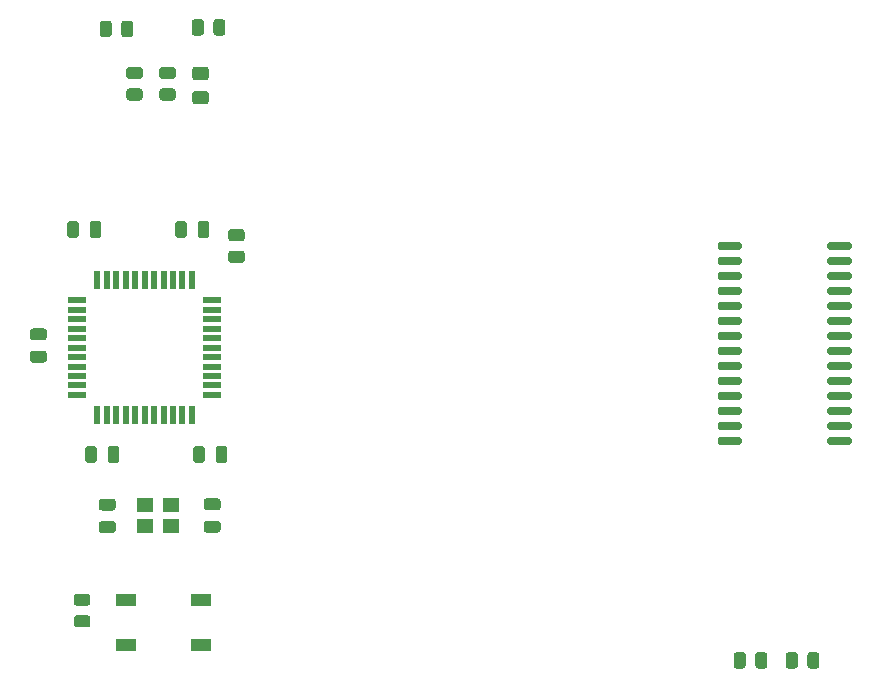
<source format=gbr>
%TF.GenerationSoftware,KiCad,Pcbnew,5.1.10*%
%TF.CreationDate,2021-09-05T22:53:56-04:00*%
%TF.ProjectId,tryptris_pcb,74727970-7472-4697-935f-7063622e6b69,rev?*%
%TF.SameCoordinates,Original*%
%TF.FileFunction,Paste,Top*%
%TF.FilePolarity,Positive*%
%FSLAX46Y46*%
G04 Gerber Fmt 4.6, Leading zero omitted, Abs format (unit mm)*
G04 Created by KiCad (PCBNEW 5.1.10) date 2021-09-05 22:53:56*
%MOMM*%
%LPD*%
G01*
G04 APERTURE LIST*
%ADD10R,1.700000X1.000000*%
%ADD11R,1.400000X1.200000*%
%ADD12R,0.550000X1.500000*%
%ADD13R,1.500000X0.550000*%
G04 APERTURE END LIST*
%TO.C,R7*%
G36*
G01*
X204665001Y-102845002D02*
X204665001Y-101945000D01*
G75*
G02*
X204915000Y-101695001I249999J0D01*
G01*
X205440002Y-101695001D01*
G75*
G02*
X205690001Y-101945000I0J-249999D01*
G01*
X205690001Y-102845002D01*
G75*
G02*
X205440002Y-103095001I-249999J0D01*
G01*
X204915000Y-103095001D01*
G75*
G02*
X204665001Y-102845002I0J249999D01*
G01*
G37*
G36*
G01*
X202840001Y-102845002D02*
X202840001Y-101945000D01*
G75*
G02*
X203090000Y-101695001I249999J0D01*
G01*
X203615002Y-101695001D01*
G75*
G02*
X203865001Y-101945000I0J-249999D01*
G01*
X203865001Y-102845002D01*
G75*
G02*
X203615002Y-103095001I-249999J0D01*
G01*
X203090000Y-103095001D01*
G75*
G02*
X202840001Y-102845002I0J249999D01*
G01*
G37*
%TD*%
%TO.C,R6*%
G36*
G01*
X200255001Y-102845002D02*
X200255001Y-101945000D01*
G75*
G02*
X200505000Y-101695001I249999J0D01*
G01*
X201030002Y-101695001D01*
G75*
G02*
X201280001Y-101945000I0J-249999D01*
G01*
X201280001Y-102845002D01*
G75*
G02*
X201030002Y-103095001I-249999J0D01*
G01*
X200505000Y-103095001D01*
G75*
G02*
X200255001Y-102845002I0J249999D01*
G01*
G37*
G36*
G01*
X198430001Y-102845002D02*
X198430001Y-101945000D01*
G75*
G02*
X198680000Y-101695001I249999J0D01*
G01*
X199205002Y-101695001D01*
G75*
G02*
X199455001Y-101945000I0J-249999D01*
G01*
X199455001Y-102845002D01*
G75*
G02*
X199205002Y-103095001I-249999J0D01*
G01*
X198680000Y-103095001D01*
G75*
G02*
X198430001Y-102845002I0J249999D01*
G01*
G37*
%TD*%
%TO.C,F1*%
G36*
G01*
X153739001Y-53271000D02*
X152838999Y-53271000D01*
G75*
G02*
X152589000Y-53021001I0J249999D01*
G01*
X152589000Y-52370999D01*
G75*
G02*
X152838999Y-52121000I249999J0D01*
G01*
X153739001Y-52121000D01*
G75*
G02*
X153989000Y-52370999I0J-249999D01*
G01*
X153989000Y-53021001D01*
G75*
G02*
X153739001Y-53271000I-249999J0D01*
G01*
G37*
G36*
G01*
X153739001Y-55321000D02*
X152838999Y-55321000D01*
G75*
G02*
X152589000Y-55071001I0J249999D01*
G01*
X152589000Y-54420999D01*
G75*
G02*
X152838999Y-54171000I249999J0D01*
G01*
X153739001Y-54171000D01*
G75*
G02*
X153989000Y-54420999I0J-249999D01*
G01*
X153989000Y-55071001D01*
G75*
G02*
X153739001Y-55321000I-249999J0D01*
G01*
G37*
%TD*%
D10*
%TO.C,SW1*%
X147016000Y-97251000D03*
X153316000Y-97251000D03*
X147016000Y-101051000D03*
X153316000Y-101051000D03*
%TD*%
D11*
%TO.C,Y1*%
X150809000Y-90978000D03*
X148609000Y-90978000D03*
X148609000Y-89278000D03*
X150809000Y-89278000D03*
%TD*%
%TO.C,U2*%
G36*
G01*
X206366000Y-67460000D02*
X206366000Y-67160000D01*
G75*
G02*
X206516000Y-67010000I150000J0D01*
G01*
X208266000Y-67010000D01*
G75*
G02*
X208416000Y-67160000I0J-150000D01*
G01*
X208416000Y-67460000D01*
G75*
G02*
X208266000Y-67610000I-150000J0D01*
G01*
X206516000Y-67610000D01*
G75*
G02*
X206366000Y-67460000I0J150000D01*
G01*
G37*
G36*
G01*
X206366000Y-68730000D02*
X206366000Y-68430000D01*
G75*
G02*
X206516000Y-68280000I150000J0D01*
G01*
X208266000Y-68280000D01*
G75*
G02*
X208416000Y-68430000I0J-150000D01*
G01*
X208416000Y-68730000D01*
G75*
G02*
X208266000Y-68880000I-150000J0D01*
G01*
X206516000Y-68880000D01*
G75*
G02*
X206366000Y-68730000I0J150000D01*
G01*
G37*
G36*
G01*
X206366000Y-70000000D02*
X206366000Y-69700000D01*
G75*
G02*
X206516000Y-69550000I150000J0D01*
G01*
X208266000Y-69550000D01*
G75*
G02*
X208416000Y-69700000I0J-150000D01*
G01*
X208416000Y-70000000D01*
G75*
G02*
X208266000Y-70150000I-150000J0D01*
G01*
X206516000Y-70150000D01*
G75*
G02*
X206366000Y-70000000I0J150000D01*
G01*
G37*
G36*
G01*
X206366000Y-71270000D02*
X206366000Y-70970000D01*
G75*
G02*
X206516000Y-70820000I150000J0D01*
G01*
X208266000Y-70820000D01*
G75*
G02*
X208416000Y-70970000I0J-150000D01*
G01*
X208416000Y-71270000D01*
G75*
G02*
X208266000Y-71420000I-150000J0D01*
G01*
X206516000Y-71420000D01*
G75*
G02*
X206366000Y-71270000I0J150000D01*
G01*
G37*
G36*
G01*
X206366000Y-72540000D02*
X206366000Y-72240000D01*
G75*
G02*
X206516000Y-72090000I150000J0D01*
G01*
X208266000Y-72090000D01*
G75*
G02*
X208416000Y-72240000I0J-150000D01*
G01*
X208416000Y-72540000D01*
G75*
G02*
X208266000Y-72690000I-150000J0D01*
G01*
X206516000Y-72690000D01*
G75*
G02*
X206366000Y-72540000I0J150000D01*
G01*
G37*
G36*
G01*
X206366000Y-73810000D02*
X206366000Y-73510000D01*
G75*
G02*
X206516000Y-73360000I150000J0D01*
G01*
X208266000Y-73360000D01*
G75*
G02*
X208416000Y-73510000I0J-150000D01*
G01*
X208416000Y-73810000D01*
G75*
G02*
X208266000Y-73960000I-150000J0D01*
G01*
X206516000Y-73960000D01*
G75*
G02*
X206366000Y-73810000I0J150000D01*
G01*
G37*
G36*
G01*
X206366000Y-75080000D02*
X206366000Y-74780000D01*
G75*
G02*
X206516000Y-74630000I150000J0D01*
G01*
X208266000Y-74630000D01*
G75*
G02*
X208416000Y-74780000I0J-150000D01*
G01*
X208416000Y-75080000D01*
G75*
G02*
X208266000Y-75230000I-150000J0D01*
G01*
X206516000Y-75230000D01*
G75*
G02*
X206366000Y-75080000I0J150000D01*
G01*
G37*
G36*
G01*
X206366000Y-76350000D02*
X206366000Y-76050000D01*
G75*
G02*
X206516000Y-75900000I150000J0D01*
G01*
X208266000Y-75900000D01*
G75*
G02*
X208416000Y-76050000I0J-150000D01*
G01*
X208416000Y-76350000D01*
G75*
G02*
X208266000Y-76500000I-150000J0D01*
G01*
X206516000Y-76500000D01*
G75*
G02*
X206366000Y-76350000I0J150000D01*
G01*
G37*
G36*
G01*
X206366000Y-77620000D02*
X206366000Y-77320000D01*
G75*
G02*
X206516000Y-77170000I150000J0D01*
G01*
X208266000Y-77170000D01*
G75*
G02*
X208416000Y-77320000I0J-150000D01*
G01*
X208416000Y-77620000D01*
G75*
G02*
X208266000Y-77770000I-150000J0D01*
G01*
X206516000Y-77770000D01*
G75*
G02*
X206366000Y-77620000I0J150000D01*
G01*
G37*
G36*
G01*
X206366000Y-78890000D02*
X206366000Y-78590000D01*
G75*
G02*
X206516000Y-78440000I150000J0D01*
G01*
X208266000Y-78440000D01*
G75*
G02*
X208416000Y-78590000I0J-150000D01*
G01*
X208416000Y-78890000D01*
G75*
G02*
X208266000Y-79040000I-150000J0D01*
G01*
X206516000Y-79040000D01*
G75*
G02*
X206366000Y-78890000I0J150000D01*
G01*
G37*
G36*
G01*
X206366000Y-80160000D02*
X206366000Y-79860000D01*
G75*
G02*
X206516000Y-79710000I150000J0D01*
G01*
X208266000Y-79710000D01*
G75*
G02*
X208416000Y-79860000I0J-150000D01*
G01*
X208416000Y-80160000D01*
G75*
G02*
X208266000Y-80310000I-150000J0D01*
G01*
X206516000Y-80310000D01*
G75*
G02*
X206366000Y-80160000I0J150000D01*
G01*
G37*
G36*
G01*
X206366000Y-81430000D02*
X206366000Y-81130000D01*
G75*
G02*
X206516000Y-80980000I150000J0D01*
G01*
X208266000Y-80980000D01*
G75*
G02*
X208416000Y-81130000I0J-150000D01*
G01*
X208416000Y-81430000D01*
G75*
G02*
X208266000Y-81580000I-150000J0D01*
G01*
X206516000Y-81580000D01*
G75*
G02*
X206366000Y-81430000I0J150000D01*
G01*
G37*
G36*
G01*
X206366000Y-82700000D02*
X206366000Y-82400000D01*
G75*
G02*
X206516000Y-82250000I150000J0D01*
G01*
X208266000Y-82250000D01*
G75*
G02*
X208416000Y-82400000I0J-150000D01*
G01*
X208416000Y-82700000D01*
G75*
G02*
X208266000Y-82850000I-150000J0D01*
G01*
X206516000Y-82850000D01*
G75*
G02*
X206366000Y-82700000I0J150000D01*
G01*
G37*
G36*
G01*
X206366000Y-83970000D02*
X206366000Y-83670000D01*
G75*
G02*
X206516000Y-83520000I150000J0D01*
G01*
X208266000Y-83520000D01*
G75*
G02*
X208416000Y-83670000I0J-150000D01*
G01*
X208416000Y-83970000D01*
G75*
G02*
X208266000Y-84120000I-150000J0D01*
G01*
X206516000Y-84120000D01*
G75*
G02*
X206366000Y-83970000I0J150000D01*
G01*
G37*
G36*
G01*
X197066000Y-83970000D02*
X197066000Y-83670000D01*
G75*
G02*
X197216000Y-83520000I150000J0D01*
G01*
X198966000Y-83520000D01*
G75*
G02*
X199116000Y-83670000I0J-150000D01*
G01*
X199116000Y-83970000D01*
G75*
G02*
X198966000Y-84120000I-150000J0D01*
G01*
X197216000Y-84120000D01*
G75*
G02*
X197066000Y-83970000I0J150000D01*
G01*
G37*
G36*
G01*
X197066000Y-82700000D02*
X197066000Y-82400000D01*
G75*
G02*
X197216000Y-82250000I150000J0D01*
G01*
X198966000Y-82250000D01*
G75*
G02*
X199116000Y-82400000I0J-150000D01*
G01*
X199116000Y-82700000D01*
G75*
G02*
X198966000Y-82850000I-150000J0D01*
G01*
X197216000Y-82850000D01*
G75*
G02*
X197066000Y-82700000I0J150000D01*
G01*
G37*
G36*
G01*
X197066000Y-81430000D02*
X197066000Y-81130000D01*
G75*
G02*
X197216000Y-80980000I150000J0D01*
G01*
X198966000Y-80980000D01*
G75*
G02*
X199116000Y-81130000I0J-150000D01*
G01*
X199116000Y-81430000D01*
G75*
G02*
X198966000Y-81580000I-150000J0D01*
G01*
X197216000Y-81580000D01*
G75*
G02*
X197066000Y-81430000I0J150000D01*
G01*
G37*
G36*
G01*
X197066000Y-80160000D02*
X197066000Y-79860000D01*
G75*
G02*
X197216000Y-79710000I150000J0D01*
G01*
X198966000Y-79710000D01*
G75*
G02*
X199116000Y-79860000I0J-150000D01*
G01*
X199116000Y-80160000D01*
G75*
G02*
X198966000Y-80310000I-150000J0D01*
G01*
X197216000Y-80310000D01*
G75*
G02*
X197066000Y-80160000I0J150000D01*
G01*
G37*
G36*
G01*
X197066000Y-78890000D02*
X197066000Y-78590000D01*
G75*
G02*
X197216000Y-78440000I150000J0D01*
G01*
X198966000Y-78440000D01*
G75*
G02*
X199116000Y-78590000I0J-150000D01*
G01*
X199116000Y-78890000D01*
G75*
G02*
X198966000Y-79040000I-150000J0D01*
G01*
X197216000Y-79040000D01*
G75*
G02*
X197066000Y-78890000I0J150000D01*
G01*
G37*
G36*
G01*
X197066000Y-77620000D02*
X197066000Y-77320000D01*
G75*
G02*
X197216000Y-77170000I150000J0D01*
G01*
X198966000Y-77170000D01*
G75*
G02*
X199116000Y-77320000I0J-150000D01*
G01*
X199116000Y-77620000D01*
G75*
G02*
X198966000Y-77770000I-150000J0D01*
G01*
X197216000Y-77770000D01*
G75*
G02*
X197066000Y-77620000I0J150000D01*
G01*
G37*
G36*
G01*
X197066000Y-76350000D02*
X197066000Y-76050000D01*
G75*
G02*
X197216000Y-75900000I150000J0D01*
G01*
X198966000Y-75900000D01*
G75*
G02*
X199116000Y-76050000I0J-150000D01*
G01*
X199116000Y-76350000D01*
G75*
G02*
X198966000Y-76500000I-150000J0D01*
G01*
X197216000Y-76500000D01*
G75*
G02*
X197066000Y-76350000I0J150000D01*
G01*
G37*
G36*
G01*
X197066000Y-75080000D02*
X197066000Y-74780000D01*
G75*
G02*
X197216000Y-74630000I150000J0D01*
G01*
X198966000Y-74630000D01*
G75*
G02*
X199116000Y-74780000I0J-150000D01*
G01*
X199116000Y-75080000D01*
G75*
G02*
X198966000Y-75230000I-150000J0D01*
G01*
X197216000Y-75230000D01*
G75*
G02*
X197066000Y-75080000I0J150000D01*
G01*
G37*
G36*
G01*
X197066000Y-73810000D02*
X197066000Y-73510000D01*
G75*
G02*
X197216000Y-73360000I150000J0D01*
G01*
X198966000Y-73360000D01*
G75*
G02*
X199116000Y-73510000I0J-150000D01*
G01*
X199116000Y-73810000D01*
G75*
G02*
X198966000Y-73960000I-150000J0D01*
G01*
X197216000Y-73960000D01*
G75*
G02*
X197066000Y-73810000I0J150000D01*
G01*
G37*
G36*
G01*
X197066000Y-72540000D02*
X197066000Y-72240000D01*
G75*
G02*
X197216000Y-72090000I150000J0D01*
G01*
X198966000Y-72090000D01*
G75*
G02*
X199116000Y-72240000I0J-150000D01*
G01*
X199116000Y-72540000D01*
G75*
G02*
X198966000Y-72690000I-150000J0D01*
G01*
X197216000Y-72690000D01*
G75*
G02*
X197066000Y-72540000I0J150000D01*
G01*
G37*
G36*
G01*
X197066000Y-71270000D02*
X197066000Y-70970000D01*
G75*
G02*
X197216000Y-70820000I150000J0D01*
G01*
X198966000Y-70820000D01*
G75*
G02*
X199116000Y-70970000I0J-150000D01*
G01*
X199116000Y-71270000D01*
G75*
G02*
X198966000Y-71420000I-150000J0D01*
G01*
X197216000Y-71420000D01*
G75*
G02*
X197066000Y-71270000I0J150000D01*
G01*
G37*
G36*
G01*
X197066000Y-70000000D02*
X197066000Y-69700000D01*
G75*
G02*
X197216000Y-69550000I150000J0D01*
G01*
X198966000Y-69550000D01*
G75*
G02*
X199116000Y-69700000I0J-150000D01*
G01*
X199116000Y-70000000D01*
G75*
G02*
X198966000Y-70150000I-150000J0D01*
G01*
X197216000Y-70150000D01*
G75*
G02*
X197066000Y-70000000I0J150000D01*
G01*
G37*
G36*
G01*
X197066000Y-68730000D02*
X197066000Y-68430000D01*
G75*
G02*
X197216000Y-68280000I150000J0D01*
G01*
X198966000Y-68280000D01*
G75*
G02*
X199116000Y-68430000I0J-150000D01*
G01*
X199116000Y-68730000D01*
G75*
G02*
X198966000Y-68880000I-150000J0D01*
G01*
X197216000Y-68880000D01*
G75*
G02*
X197066000Y-68730000I0J150000D01*
G01*
G37*
G36*
G01*
X197066000Y-67460000D02*
X197066000Y-67160000D01*
G75*
G02*
X197216000Y-67010000I150000J0D01*
G01*
X198966000Y-67010000D01*
G75*
G02*
X199116000Y-67160000I0J-150000D01*
G01*
X199116000Y-67460000D01*
G75*
G02*
X198966000Y-67610000I-150000J0D01*
G01*
X197216000Y-67610000D01*
G75*
G02*
X197066000Y-67460000I0J150000D01*
G01*
G37*
%TD*%
D12*
%TO.C,U1*%
X144562000Y-70216000D03*
X145362000Y-70216000D03*
X146162000Y-70216000D03*
X146962000Y-70216000D03*
X147762000Y-70216000D03*
X148562000Y-70216000D03*
X149362000Y-70216000D03*
X150162000Y-70216000D03*
X150962000Y-70216000D03*
X151762000Y-70216000D03*
X152562000Y-70216000D03*
D13*
X154262000Y-71916000D03*
X154262000Y-72716000D03*
X154262000Y-73516000D03*
X154262000Y-74316000D03*
X154262000Y-75116000D03*
X154262000Y-75916000D03*
X154262000Y-76716000D03*
X154262000Y-77516000D03*
X154262000Y-78316000D03*
X154262000Y-79116000D03*
X154262000Y-79916000D03*
D12*
X152562000Y-81616000D03*
X151762000Y-81616000D03*
X150962000Y-81616000D03*
X150162000Y-81616000D03*
X149362000Y-81616000D03*
X148562000Y-81616000D03*
X147762000Y-81616000D03*
X146962000Y-81616000D03*
X146162000Y-81616000D03*
X145362000Y-81616000D03*
X144562000Y-81616000D03*
D13*
X142862000Y-79916000D03*
X142862000Y-79116000D03*
X142862000Y-78316000D03*
X142862000Y-77516000D03*
X142862000Y-76716000D03*
X142862000Y-75916000D03*
X142862000Y-75116000D03*
X142862000Y-74316000D03*
X142862000Y-73516000D03*
X142862000Y-72716000D03*
X142862000Y-71916000D03*
%TD*%
%TO.C,R8*%
G36*
G01*
X155886999Y-67710000D02*
X156787001Y-67710000D01*
G75*
G02*
X157037000Y-67959999I0J-249999D01*
G01*
X157037000Y-68485001D01*
G75*
G02*
X156787001Y-68735000I-249999J0D01*
G01*
X155886999Y-68735000D01*
G75*
G02*
X155637000Y-68485001I0J249999D01*
G01*
X155637000Y-67959999D01*
G75*
G02*
X155886999Y-67710000I249999J0D01*
G01*
G37*
G36*
G01*
X155886999Y-65885000D02*
X156787001Y-65885000D01*
G75*
G02*
X157037000Y-66134999I0J-249999D01*
G01*
X157037000Y-66660001D01*
G75*
G02*
X156787001Y-66910000I-249999J0D01*
G01*
X155886999Y-66910000D01*
G75*
G02*
X155637000Y-66660001I0J249999D01*
G01*
X155637000Y-66134999D01*
G75*
G02*
X155886999Y-65885000I249999J0D01*
G01*
G37*
%TD*%
%TO.C,R5*%
G36*
G01*
X147250999Y-53970500D02*
X148151001Y-53970500D01*
G75*
G02*
X148401000Y-54220499I0J-249999D01*
G01*
X148401000Y-54745501D01*
G75*
G02*
X148151001Y-54995500I-249999J0D01*
G01*
X147250999Y-54995500D01*
G75*
G02*
X147001000Y-54745501I0J249999D01*
G01*
X147001000Y-54220499D01*
G75*
G02*
X147250999Y-53970500I249999J0D01*
G01*
G37*
G36*
G01*
X147250999Y-52145500D02*
X148151001Y-52145500D01*
G75*
G02*
X148401000Y-52395499I0J-249999D01*
G01*
X148401000Y-52920501D01*
G75*
G02*
X148151001Y-53170500I-249999J0D01*
G01*
X147250999Y-53170500D01*
G75*
G02*
X147001000Y-52920501I0J249999D01*
G01*
X147001000Y-52395499D01*
G75*
G02*
X147250999Y-52145500I249999J0D01*
G01*
G37*
%TD*%
%TO.C,R4*%
G36*
G01*
X150044999Y-53970500D02*
X150945001Y-53970500D01*
G75*
G02*
X151195000Y-54220499I0J-249999D01*
G01*
X151195000Y-54745501D01*
G75*
G02*
X150945001Y-54995500I-249999J0D01*
G01*
X150044999Y-54995500D01*
G75*
G02*
X149795000Y-54745501I0J249999D01*
G01*
X149795000Y-54220499D01*
G75*
G02*
X150044999Y-53970500I249999J0D01*
G01*
G37*
G36*
G01*
X150044999Y-52145500D02*
X150945001Y-52145500D01*
G75*
G02*
X151195000Y-52395499I0J-249999D01*
G01*
X151195000Y-52920501D01*
G75*
G02*
X150945001Y-53170500I-249999J0D01*
G01*
X150044999Y-53170500D01*
G75*
G02*
X149795000Y-52920501I0J249999D01*
G01*
X149795000Y-52395499D01*
G75*
G02*
X150044999Y-52145500I249999J0D01*
G01*
G37*
%TD*%
%TO.C,R3*%
G36*
G01*
X146570500Y-49381001D02*
X146570500Y-48480999D01*
G75*
G02*
X146820499Y-48231000I249999J0D01*
G01*
X147345501Y-48231000D01*
G75*
G02*
X147595500Y-48480999I0J-249999D01*
G01*
X147595500Y-49381001D01*
G75*
G02*
X147345501Y-49631000I-249999J0D01*
G01*
X146820499Y-49631000D01*
G75*
G02*
X146570500Y-49381001I0J249999D01*
G01*
G37*
G36*
G01*
X144745500Y-49381001D02*
X144745500Y-48480999D01*
G75*
G02*
X144995499Y-48231000I249999J0D01*
G01*
X145520501Y-48231000D01*
G75*
G02*
X145770500Y-48480999I0J-249999D01*
G01*
X145770500Y-49381001D01*
G75*
G02*
X145520501Y-49631000I-249999J0D01*
G01*
X144995499Y-49631000D01*
G75*
G02*
X144745500Y-49381001I0J249999D01*
G01*
G37*
%TD*%
%TO.C,R2*%
G36*
G01*
X153571500Y-48353999D02*
X153571500Y-49254001D01*
G75*
G02*
X153321501Y-49504000I-249999J0D01*
G01*
X152796499Y-49504000D01*
G75*
G02*
X152546500Y-49254001I0J249999D01*
G01*
X152546500Y-48353999D01*
G75*
G02*
X152796499Y-48104000I249999J0D01*
G01*
X153321501Y-48104000D01*
G75*
G02*
X153571500Y-48353999I0J-249999D01*
G01*
G37*
G36*
G01*
X155396500Y-48353999D02*
X155396500Y-49254001D01*
G75*
G02*
X155146501Y-49504000I-249999J0D01*
G01*
X154621499Y-49504000D01*
G75*
G02*
X154371500Y-49254001I0J249999D01*
G01*
X154371500Y-48353999D01*
G75*
G02*
X154621499Y-48104000I249999J0D01*
G01*
X155146501Y-48104000D01*
G75*
G02*
X155396500Y-48353999I0J-249999D01*
G01*
G37*
%TD*%
%TO.C,R1*%
G36*
G01*
X142814999Y-98577500D02*
X143715001Y-98577500D01*
G75*
G02*
X143965000Y-98827499I0J-249999D01*
G01*
X143965000Y-99352501D01*
G75*
G02*
X143715001Y-99602500I-249999J0D01*
G01*
X142814999Y-99602500D01*
G75*
G02*
X142565000Y-99352501I0J249999D01*
G01*
X142565000Y-98827499D01*
G75*
G02*
X142814999Y-98577500I249999J0D01*
G01*
G37*
G36*
G01*
X142814999Y-96752500D02*
X143715001Y-96752500D01*
G75*
G02*
X143965000Y-97002499I0J-249999D01*
G01*
X143965000Y-97527501D01*
G75*
G02*
X143715001Y-97777500I-249999J0D01*
G01*
X142814999Y-97777500D01*
G75*
G02*
X142565000Y-97527501I0J249999D01*
G01*
X142565000Y-97002499D01*
G75*
G02*
X142814999Y-96752500I249999J0D01*
G01*
G37*
%TD*%
%TO.C,C7*%
G36*
G01*
X153667000Y-84488000D02*
X153667000Y-85438000D01*
G75*
G02*
X153417000Y-85688000I-250000J0D01*
G01*
X152917000Y-85688000D01*
G75*
G02*
X152667000Y-85438000I0J250000D01*
G01*
X152667000Y-84488000D01*
G75*
G02*
X152917000Y-84238000I250000J0D01*
G01*
X153417000Y-84238000D01*
G75*
G02*
X153667000Y-84488000I0J-250000D01*
G01*
G37*
G36*
G01*
X155567000Y-84488000D02*
X155567000Y-85438000D01*
G75*
G02*
X155317000Y-85688000I-250000J0D01*
G01*
X154817000Y-85688000D01*
G75*
G02*
X154567000Y-85438000I0J250000D01*
G01*
X154567000Y-84488000D01*
G75*
G02*
X154817000Y-84238000I250000J0D01*
G01*
X155317000Y-84238000D01*
G75*
G02*
X155567000Y-84488000I0J-250000D01*
G01*
G37*
%TD*%
%TO.C,C6*%
G36*
G01*
X143899000Y-66388000D02*
X143899000Y-65438000D01*
G75*
G02*
X144149000Y-65188000I250000J0D01*
G01*
X144649000Y-65188000D01*
G75*
G02*
X144899000Y-65438000I0J-250000D01*
G01*
X144899000Y-66388000D01*
G75*
G02*
X144649000Y-66638000I-250000J0D01*
G01*
X144149000Y-66638000D01*
G75*
G02*
X143899000Y-66388000I0J250000D01*
G01*
G37*
G36*
G01*
X141999000Y-66388000D02*
X141999000Y-65438000D01*
G75*
G02*
X142249000Y-65188000I250000J0D01*
G01*
X142749000Y-65188000D01*
G75*
G02*
X142999000Y-65438000I0J-250000D01*
G01*
X142999000Y-66388000D01*
G75*
G02*
X142749000Y-66638000I-250000J0D01*
G01*
X142249000Y-66638000D01*
G75*
G02*
X141999000Y-66388000I0J250000D01*
G01*
G37*
%TD*%
%TO.C,C5*%
G36*
G01*
X145423000Y-85438000D02*
X145423000Y-84488000D01*
G75*
G02*
X145673000Y-84238000I250000J0D01*
G01*
X146173000Y-84238000D01*
G75*
G02*
X146423000Y-84488000I0J-250000D01*
G01*
X146423000Y-85438000D01*
G75*
G02*
X146173000Y-85688000I-250000J0D01*
G01*
X145673000Y-85688000D01*
G75*
G02*
X145423000Y-85438000I0J250000D01*
G01*
G37*
G36*
G01*
X143523000Y-85438000D02*
X143523000Y-84488000D01*
G75*
G02*
X143773000Y-84238000I250000J0D01*
G01*
X144273000Y-84238000D01*
G75*
G02*
X144523000Y-84488000I0J-250000D01*
G01*
X144523000Y-85438000D01*
G75*
G02*
X144273000Y-85688000I-250000J0D01*
G01*
X143773000Y-85688000D01*
G75*
G02*
X143523000Y-85438000I0J250000D01*
G01*
G37*
%TD*%
%TO.C,C4*%
G36*
G01*
X153038000Y-66388000D02*
X153038000Y-65438000D01*
G75*
G02*
X153288000Y-65188000I250000J0D01*
G01*
X153788000Y-65188000D01*
G75*
G02*
X154038000Y-65438000I0J-250000D01*
G01*
X154038000Y-66388000D01*
G75*
G02*
X153788000Y-66638000I-250000J0D01*
G01*
X153288000Y-66638000D01*
G75*
G02*
X153038000Y-66388000I0J250000D01*
G01*
G37*
G36*
G01*
X151138000Y-66388000D02*
X151138000Y-65438000D01*
G75*
G02*
X151388000Y-65188000I250000J0D01*
G01*
X151888000Y-65188000D01*
G75*
G02*
X152138000Y-65438000I0J-250000D01*
G01*
X152138000Y-66388000D01*
G75*
G02*
X151888000Y-66638000I-250000J0D01*
G01*
X151388000Y-66638000D01*
G75*
G02*
X151138000Y-66388000I0J250000D01*
G01*
G37*
%TD*%
%TO.C,C3*%
G36*
G01*
X140040000Y-75288000D02*
X139090000Y-75288000D01*
G75*
G02*
X138840000Y-75038000I0J250000D01*
G01*
X138840000Y-74538000D01*
G75*
G02*
X139090000Y-74288000I250000J0D01*
G01*
X140040000Y-74288000D01*
G75*
G02*
X140290000Y-74538000I0J-250000D01*
G01*
X140290000Y-75038000D01*
G75*
G02*
X140040000Y-75288000I-250000J0D01*
G01*
G37*
G36*
G01*
X140040000Y-77188000D02*
X139090000Y-77188000D01*
G75*
G02*
X138840000Y-76938000I0J250000D01*
G01*
X138840000Y-76438000D01*
G75*
G02*
X139090000Y-76188000I250000J0D01*
G01*
X140040000Y-76188000D01*
G75*
G02*
X140290000Y-76438000I0J-250000D01*
G01*
X140290000Y-76938000D01*
G75*
G02*
X140040000Y-77188000I-250000J0D01*
G01*
G37*
%TD*%
%TO.C,C2*%
G36*
G01*
X145871000Y-89708000D02*
X144921000Y-89708000D01*
G75*
G02*
X144671000Y-89458000I0J250000D01*
G01*
X144671000Y-88958000D01*
G75*
G02*
X144921000Y-88708000I250000J0D01*
G01*
X145871000Y-88708000D01*
G75*
G02*
X146121000Y-88958000I0J-250000D01*
G01*
X146121000Y-89458000D01*
G75*
G02*
X145871000Y-89708000I-250000J0D01*
G01*
G37*
G36*
G01*
X145871000Y-91608000D02*
X144921000Y-91608000D01*
G75*
G02*
X144671000Y-91358000I0J250000D01*
G01*
X144671000Y-90858000D01*
G75*
G02*
X144921000Y-90608000I250000J0D01*
G01*
X145871000Y-90608000D01*
G75*
G02*
X146121000Y-90858000I0J-250000D01*
G01*
X146121000Y-91358000D01*
G75*
G02*
X145871000Y-91608000I-250000J0D01*
G01*
G37*
%TD*%
%TO.C,C1*%
G36*
G01*
X153811000Y-90578000D02*
X154761000Y-90578000D01*
G75*
G02*
X155011000Y-90828000I0J-250000D01*
G01*
X155011000Y-91328000D01*
G75*
G02*
X154761000Y-91578000I-250000J0D01*
G01*
X153811000Y-91578000D01*
G75*
G02*
X153561000Y-91328000I0J250000D01*
G01*
X153561000Y-90828000D01*
G75*
G02*
X153811000Y-90578000I250000J0D01*
G01*
G37*
G36*
G01*
X153811000Y-88678000D02*
X154761000Y-88678000D01*
G75*
G02*
X155011000Y-88928000I0J-250000D01*
G01*
X155011000Y-89428000D01*
G75*
G02*
X154761000Y-89678000I-250000J0D01*
G01*
X153811000Y-89678000D01*
G75*
G02*
X153561000Y-89428000I0J250000D01*
G01*
X153561000Y-88928000D01*
G75*
G02*
X153811000Y-88678000I250000J0D01*
G01*
G37*
%TD*%
M02*

</source>
